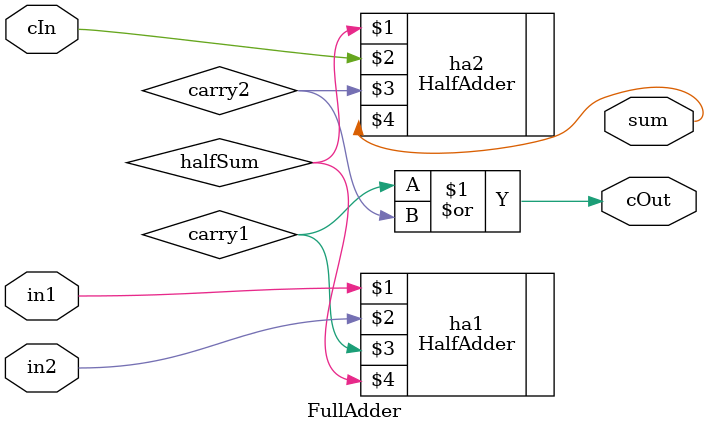
<source format=v>
module FullAdder(
	input in1, 
	input in2, 
	input cIn, 
	output cOut, 
	output sum);
	
	wire halfSum, carry1, carry2;
	
	HalfAdder ha1(in1, in2, carry1, halfSum);
	HalfAdder ha2(halfSum, cIn, carry2, sum);
	
	//assign cOut = carry1 | carry2;
	or(cOut, carry1, carry2);


endmodule
</source>
